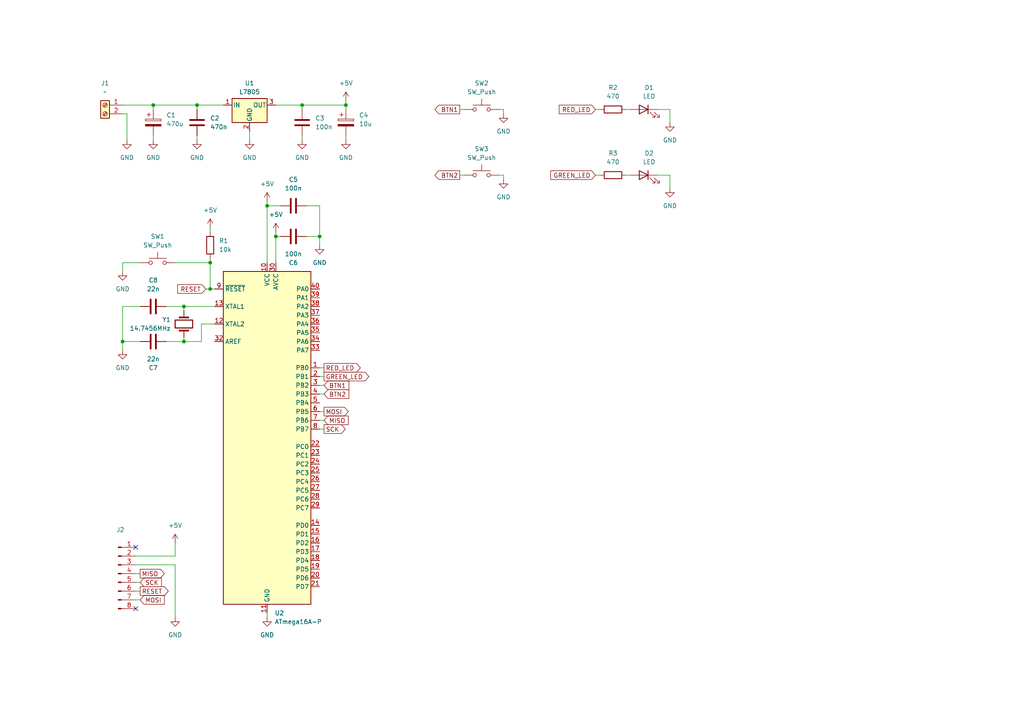
<source format=kicad_sch>
(kicad_sch (version 20230121) (generator eeschema)
  (paper "A4")
  (lib_symbols
    (symbol "Connector:Conn_01x08_Pin" (pin_names (offset 1.016) hide)
      (property "Reference" "J" (at 0 10.16 0))
      (property "Value" "Conn_01x08_Pin" (at 0 -12.7 0))
      (symbol "Conn_01x08_Pin_1_1"
        (polyline (pts (xy 1.27 -10.16) (xy 0.8636 -10.16)) (stroke (width 0.1524)))
        (polyline (pts (xy 1.27 -7.62) (xy 0.8636 -7.62)) (stroke (width 0.1524)))
        (polyline (pts (xy 1.27 -5.08) (xy 0.8636 -5.08)) (stroke (width 0.1524)))
        (polyline (pts (xy 1.27 -2.54) (xy 0.8636 -2.54)) (stroke (width 0.1524)))
        (polyline (pts (xy 1.27 0) (xy 0.8636 0)) (stroke (width 0.1524)))
        (polyline (pts (xy 1.27 2.54) (xy 0.8636 2.54)) (stroke (width 0.1524)))
        (polyline (pts (xy 1.27 5.08) (xy 0.8636 5.08)) (stroke (width 0.1524)))
        (polyline (pts (xy 1.27 7.62) (xy 0.8636 7.62)) (stroke (width 0.1524)))
        (rectangle (start 0.8636 -10.033) (end 0 -10.287) (stroke (width 0.1524)) (fill (type outline)))
        (rectangle (start 0.8636 -7.493) (end 0 -7.747) (stroke (width 0.1524)) (fill (type outline)))
        (rectangle (start 0.8636 -4.953) (end 0 -5.207) (stroke (width 0.1524)) (fill (type outline)))
        (rectangle (start 0.8636 -2.413) (end 0 -2.667) (stroke (width 0.1524)) (fill (type outline)))
        (rectangle (start 0.8636 0.127) (end 0 -0.127) (stroke (width 0.1524)) (fill (type outline)))
        (rectangle (start 0.8636 2.667) (end 0 2.413) (stroke (width 0.1524)) (fill (type outline)))
        (rectangle (start 0.8636 5.207) (end 0 4.953) (stroke (width 0.1524)) (fill (type outline)))
        (rectangle (start 0.8636 7.747) (end 0 7.493) (stroke (width 0.1524)) (fill (type outline)))
        (pin passive line (at 5.08 7.62 180) (length 3.81) (name "Pin_1") (number "1"))
        (pin passive line (at 5.08 5.08 180) (length 3.81) (name "Pin_2") (number "2"))
        (pin passive line (at 5.08 2.54 180) (length 3.81) (name "Pin_3") (number "3"))
        (pin passive line (at 5.08 0 180) (length 3.81) (name "Pin_4") (number "4"))
        (pin passive line (at 5.08 -2.54 180) (length 3.81) (name "Pin_5") (number "5"))
        (pin passive line (at 5.08 -5.08 180) (length 3.81) (name "Pin_6") (number "6"))
        (pin passive line (at 5.08 -7.62 180) (length 3.81) (name "Pin_7") (number "7"))
        (pin passive line (at 5.08 -10.16 180) (length 3.81) (name "Pin_8") (number "8"))
      )
    )
    (symbol "Connector:Screw_Terminal_01x02" (pin_names (offset 1.016) hide)
      (property "Reference" "J" (at 0 2.54 0))
      (property "Value" "Screw_Terminal_01x02" (at 0 -5.08 0))
      (symbol "Screw_Terminal_01x02_1_1"
        (rectangle (start -1.27 1.27) (end 1.27 -3.81) (stroke (width 0.254)) (fill (type background)))
        (circle (center 0 -2.54) (radius 0.635) (stroke (width 0.1524)))
        (polyline (pts (xy -0.5334 -2.2098) (xy 0.3302 -3.048)) (stroke (width 0.1524)))
        (polyline (pts (xy -0.5334 0.3302) (xy 0.3302 -0.508)) (stroke (width 0.1524)))
        (polyline (pts (xy -0.3556 -2.032) (xy 0.508 -2.8702)) (stroke (width 0.1524)))
        (polyline (pts (xy -0.3556 0.508) (xy 0.508 -0.3302)) (stroke (width 0.1524)))
        (circle (center 0 0) (radius 0.635) (stroke (width 0.1524)))
        (pin passive line (at -5.08 0 0) (length 3.81) (name "Pin_1") (number "1"))
        (pin passive line (at -5.08 -2.54 0) (length 3.81) (name "Pin_2") (number "2"))
      )
    )
    (symbol "Device:C" (pin_numbers hide) (pin_names (offset 0.254))
      (property "Reference" "C" (at 0.635 2.54 0))
      (property "Value" "C" (at 0.635 -2.54 0))
      (symbol "C_0_1"
        (polyline (pts (xy -2.032 -0.762) (xy 2.032 -0.762)) (stroke (width 0.508)))
        (polyline (pts (xy -2.032 0.762) (xy 2.032 0.762)) (stroke (width 0.508)))
      )
      (symbol "C_1_1"
        (pin passive line (at 0 3.81 270) (length 2.794) (name "~") (number "1"))
        (pin passive line (at 0 -3.81 90) (length 2.794) (name "~") (number "2"))
      )
    )
    (symbol "Device:C_Polarized" (pin_numbers hide) (pin_names (offset 0.254))
      (property "Reference" "C" (at 0.635 2.54 0))
      (property "Value" "C_Polarized" (at 0.635 -2.54 0))
      (symbol "C_Polarized_0_1"
        (rectangle (start -2.286 0.508) (end 2.286 1.016))
        (polyline (pts (xy -1.778 2.286) (xy -0.762 2.286)))
        (polyline (pts (xy -1.27 2.794) (xy -1.27 1.778)))
        (rectangle (start 2.286 -0.508) (end -2.286 -1.016) (fill (type outline)))
      )
      (symbol "C_Polarized_1_1"
        (pin passive line (at 0 3.81 270) (length 2.794) (name "~") (number "1"))
        (pin passive line (at 0 -3.81 90) (length 2.794) (name "~") (number "2"))
      )
    )
    (symbol "Device:Crystal" (pin_numbers hide) (pin_names (offset 1.016) hide)
      (property "Reference" "Y" (at 0 3.81 0))
      (property "Value" "Crystal" (at 0 -3.81 0))
      (symbol "Crystal_0_1"
        (rectangle (start -1.143 2.54) (end 1.143 -2.54) (stroke (width 0.3048)))
        (polyline (pts (xy -2.54 0) (xy -1.905 0)))
        (polyline (pts (xy -1.905 -1.27) (xy -1.905 1.27)) (stroke (width 0.508)))
        (polyline (pts (xy 1.905 -1.27) (xy 1.905 1.27)) (stroke (width 0.508)))
        (polyline (pts (xy 2.54 0) (xy 1.905 0)))
      )
      (symbol "Crystal_1_1"
        (pin passive line (at -3.81 0 0) (length 1.27) (name "1") (number "1"))
        (pin passive line (at 3.81 0 180) (length 1.27) (name "2") (number "2"))
      )
    )
    (symbol "Device:LED" (pin_numbers hide) (pin_names (offset 1.016) hide)
      (property "Reference" "D" (at 0 2.54 0))
      (property "Value" "LED" (at 0 -2.54 0))
      (symbol "LED_0_1"
        (polyline (pts (xy -1.27 -1.27) (xy -1.27 1.27)) (stroke (width 0.254)))
        (polyline (pts (xy -1.27 0) (xy 1.27 0)))
        (polyline (pts (xy 1.27 -1.27) (xy 1.27 1.27) (xy -1.27 0) (xy 1.27 -1.27)) (stroke (width 0.254)))
        (polyline (pts (xy -3.048 -0.762) (xy -4.572 -2.286) (xy -3.81 -2.286) (xy -4.572 -2.286) (xy -4.572 -1.524)))
        (polyline (pts (xy -1.778 -0.762) (xy -3.302 -2.286) (xy -2.54 -2.286) (xy -3.302 -2.286) (xy -3.302 -1.524)))
      )
      (symbol "LED_1_1"
        (pin passive line (at -3.81 0 0) (length 2.54) (name "K") (number "1"))
        (pin passive line (at 3.81 0 180) (length 2.54) (name "A") (number "2"))
      )
    )
    (symbol "Device:R" (pin_numbers hide) (pin_names (offset 0))
      (property "Reference" "R" (at 2.032 0 90))
      (property "Value" "R" (at 0 0 90))
      (symbol "R_0_1"
        (rectangle (start -1.016 -2.54) (end 1.016 2.54) (stroke (width 0.254)))
      )
      (symbol "R_1_1"
        (pin passive line (at 0 3.81 270) (length 1.27) (name "~") (number "1"))
        (pin passive line (at 0 -3.81 90) (length 1.27) (name "~") (number "2"))
      )
    )
    (symbol "MCU_Microchip_ATmega:ATmega16A-P"
      (property "Reference" "U" (at -12.7 49.53 0))
      (property "Value" "ATmega16A-P" (at 2.54 -49.53 0))
      (symbol "ATmega16A-P_0_1"
        (rectangle (start -12.7 -48.26) (end 12.7 48.26) (stroke (width 0.254)) (fill (type background)))
      )
      (symbol "ATmega16A-P_1_1"
        (pin bidirectional line (at 15.24 20.32 180) (length 2.54) (name "PB0") (number "1"))
        (pin power_in line (at 0 50.8 270) (length 2.54) (name "VCC") (number "10"))
        (pin power_in line (at 0 -50.8 90) (length 2.54) (name "GND") (number "11"))
        (pin output line (at -15.24 33.02 0) (length 2.54) (name "XTAL2") (number "12"))
        (pin input line (at -15.24 38.1 0) (length 2.54) (name "XTAL1") (number "13"))
        (pin bidirectional line (at 15.24 -25.4 180) (length 2.54) (name "PD0") (number "14"))
        (pin bidirectional line (at 15.24 -27.94 180) (length 2.54) (name "PD1") (number "15"))
        (pin bidirectional line (at 15.24 -30.48 180) (length 2.54) (name "PD2") (number "16"))
        (pin bidirectional line (at 15.24 -33.02 180) (length 2.54) (name "PD3") (number "17"))
        (pin bidirectional line (at 15.24 -35.56 180) (length 2.54) (name "PD4") (number "18"))
        (pin bidirectional line (at 15.24 -38.1 180) (length 2.54) (name "PD5") (number "19"))
        (pin bidirectional line (at 15.24 17.78 180) (length 2.54) (name "PB1") (number "2"))
        (pin bidirectional line (at 15.24 -40.64 180) (length 2.54) (name "PD6") (number "20"))
        (pin bidirectional line (at 15.24 -43.18 180) (length 2.54) (name "PD7") (number "21"))
        (pin bidirectional line (at 15.24 -2.54 180) (length 2.54) (name "PC0") (number "22"))
        (pin bidirectional line (at 15.24 -5.08 180) (length 2.54) (name "PC1") (number "23"))
        (pin bidirectional line (at 15.24 -7.62 180) (length 2.54) (name "PC2") (number "24"))
        (pin bidirectional line (at 15.24 -10.16 180) (length 2.54) (name "PC3") (number "25"))
        (pin bidirectional line (at 15.24 -12.7 180) (length 2.54) (name "PC4") (number "26"))
        (pin bidirectional line (at 15.24 -15.24 180) (length 2.54) (name "PC5") (number "27"))
        (pin bidirectional line (at 15.24 -17.78 180) (length 2.54) (name "PC6") (number "28"))
        (pin bidirectional line (at 15.24 -20.32 180) (length 2.54) (name "PC7") (number "29"))
        (pin bidirectional line (at 15.24 15.24 180) (length 2.54) (name "PB2") (number "3"))
        (pin power_in line (at 2.54 50.8 270) (length 2.54) (name "AVCC") (number "30"))
        (pin passive line (at 0 -50.8 90) (length 2.54) hide (name "GND") (number "31"))
        (pin passive line (at -15.24 27.94 0) (length 2.54) (name "AREF") (number "32"))
        (pin bidirectional line (at 15.24 25.4 180) (length 2.54) (name "PA7") (number "33"))
        (pin bidirectional line (at 15.24 27.94 180) (length 2.54) (name "PA6") (number "34"))
        (pin bidirectional line (at 15.24 30.48 180) (length 2.54) (name "PA5") (number "35"))
        (pin bidirectional line (at 15.24 33.02 180) (length 2.54) (name "PA4") (number "36"))
        (pin bidirectional line (at 15.24 35.56 180) (length 2.54) (name "PA3") (number "37"))
        (pin bidirectional line (at 15.24 38.1 180) (length 2.54) (name "PA2") (number "38"))
        (pin bidirectional line (at 15.24 40.64 180) (length 2.54) (name "PA1") (number "39"))
        (pin bidirectional line (at 15.24 12.7 180) (length 2.54) (name "PB3") (number "4"))
        (pin bidirectional line (at 15.24 43.18 180) (length 2.54) (name "PA0") (number "40"))
        (pin bidirectional line (at 15.24 10.16 180) (length 2.54) (name "PB4") (number "5"))
        (pin bidirectional line (at 15.24 7.62 180) (length 2.54) (name "PB5") (number "6"))
        (pin bidirectional line (at 15.24 5.08 180) (length 2.54) (name "PB6") (number "7"))
        (pin bidirectional line (at 15.24 2.54 180) (length 2.54) (name "PB7") (number "8"))
        (pin input line (at -15.24 43.18 0) (length 2.54) (name "~{RESET}") (number "9"))
      )
    )
    (symbol "Regulator_Linear:L7805" (pin_names (offset 0.254))
      (property "Reference" "U" (at -3.81 3.175 0))
      (property "Value" "L7805" (at 0 3.175 0))
      (symbol "L7805_0_1"
        (rectangle (start -5.08 1.905) (end 5.08 -5.08) (stroke (width 0.254)) (fill (type background)))
      )
      (symbol "L7805_1_1"
        (pin power_in line (at -7.62 0 0) (length 2.54) (name "IN") (number "1"))
        (pin power_in line (at 0 -7.62 90) (length 2.54) (name "GND") (number "2"))
        (pin power_out line (at 7.62 0 180) (length 2.54) (name "OUT") (number "3"))
      )
    )
    (symbol "Switch:SW_Push" (pin_numbers hide) (pin_names (offset 1.016) hide)
      (property "Reference" "SW" (at 1.27 2.54 0))
      (property "Value" "SW_Push" (at 0 -1.524 0))
      (symbol "SW_Push_0_1"
        (circle (center -2.032 0) (radius 0.508))
        (polyline (pts (xy 0 1.27) (xy 0 3.048)))
        (polyline (pts (xy 2.54 1.27) (xy -2.54 1.27)))
        (circle (center 2.032 0) (radius 0.508))
        (pin passive line (at -5.08 0 0) (length 2.54) (name "1") (number "1"))
        (pin passive line (at 5.08 0 180) (length 2.54) (name "2") (number "2"))
      )
    )
    (symbol "power:+5V" (power) (pin_names (offset 0))
      (property "Value" "+5V" (at 0 3.556 0))
      (symbol "+5V_0_1"
        (polyline (pts (xy -0.762 1.27) (xy 0 2.54)))
        (polyline (pts (xy 0 0) (xy 0 2.54)))
        (polyline (pts (xy 0 2.54) (xy 0.762 1.27)))
      )
      (symbol "+5V_1_1"
        (pin power_in line (at 0 0 90) (length 0) hide (name "+5V") (number "1"))
      )
    )
    (symbol "power:GND" (power) (pin_names (offset 0))
      (property "Value" "GND" (at 0 -3.81 0))
      (symbol "GND_0_1"
        (polyline (pts (xy 0 0) (xy 0 -1.27) (xy 1.27 -1.27) (xy 0 -2.54) (xy -1.27 -1.27) (xy 0 -1.27)))
      )
      (symbol "GND_1_1"
        (pin power_in line (at 0 0 270) (length 0) hide (name "GND") (number "1"))
      )
    )
  )
  (junction (at 92.71 68.58))
  (junction (at 57.15 30.48))
  (junction (at 77.47 59.69))
  (junction (at 44.45 30.48))
  (junction (at 53.34 99.06))
  (junction (at 35.56 99.06))
  (junction (at 60.96 76.2))
  (junction (at 80.01 68.58))
  (junction (at 60.96 83.82))
  (junction (at 53.34 88.9))
  (junction (at 87.63 30.48))
  (junction (at 100.33 30.48))
  (no_connect (at 39.37 176.53))
  (no_connect (at 39.37 158.75))
  (wire (pts (xy 77.47 59.69) (xy 81.28 59.69)))
  (wire (pts (xy 194.31 50.8) (xy 194.31 54.61)))
  (wire (pts (xy 48.26 88.9) (xy 53.34 88.9)))
  (wire (pts (xy 194.31 31.75) (xy 194.31 35.56)))
  (wire (pts (xy 87.63 30.48) (xy 100.33 30.48)))
  (wire (pts (xy 190.5 31.75) (xy 194.31 31.75)))
  (wire (pts (xy 53.34 88.9) (xy 62.23 88.9)))
  (wire (pts (xy 44.45 39.37) (xy 44.45 40.64)))
  (wire (pts (xy 57.15 39.37) (xy 57.15 40.64)))
  (wire (pts (xy 80.01 68.58) (xy 81.28 68.58)))
  (wire (pts (xy 80.01 67.31) (xy 80.01 68.58)))
  (wire (pts (xy 92.71 114.3) (xy 93.98 114.3)))
  (wire (pts (xy 172.72 31.75) (xy 173.99 31.75)))
  (wire (pts (xy 53.34 99.06) (xy 58.42 99.06)))
  (wire (pts (xy 64.77 30.48) (xy 57.15 30.48)))
  (wire (pts (xy 53.34 88.9) (xy 53.34 90.17)))
  (wire (pts (xy 133.35 31.75) (xy 134.62 31.75)))
  (wire (pts (xy 44.45 30.48) (xy 57.15 30.48)))
  (wire (pts (xy 88.9 59.69) (xy 92.71 59.69)))
  (wire (pts (xy 92.71 111.76) (xy 93.98 111.76)))
  (wire (pts (xy 87.63 30.48) (xy 87.63 31.75)))
  (wire (pts (xy 72.39 38.1) (xy 72.39 40.64)))
  (wire (pts (xy 35.56 88.9) (xy 40.64 88.9)))
  (wire (pts (xy 80.01 76.2) (xy 80.01 68.58)))
  (wire (pts (xy 40.64 166.37) (xy 39.37 166.37)))
  (wire (pts (xy 92.71 124.46) (xy 93.98 124.46)))
  (wire (pts (xy 50.8 76.2) (xy 60.96 76.2)))
  (wire (pts (xy 39.37 171.45) (xy 40.64 171.45)))
  (wire (pts (xy 88.9 68.58) (xy 92.71 68.58)))
  (wire (pts (xy 80.01 30.48) (xy 87.63 30.48)))
  (wire (pts (xy 44.45 31.75) (xy 44.45 30.48)))
  (wire (pts (xy 93.98 121.92) (xy 92.71 121.92)))
  (wire (pts (xy 35.56 99.06) (xy 35.56 101.6)))
  (wire (pts (xy 39.37 168.91) (xy 40.64 168.91)))
  (wire (pts (xy 92.71 68.58) (xy 92.71 71.12)))
  (wire (pts (xy 77.47 58.42) (xy 77.47 59.69)))
  (wire (pts (xy 39.37 173.99) (xy 40.64 173.99)))
  (wire (pts (xy 39.37 163.83) (xy 50.8 163.83)))
  (wire (pts (xy 59.69 83.82) (xy 60.96 83.82)))
  (wire (pts (xy 60.96 76.2) (xy 60.96 83.82)))
  (wire (pts (xy 35.56 99.06) (xy 40.64 99.06)))
  (wire (pts (xy 144.78 31.75) (xy 146.05 31.75)))
  (wire (pts (xy 60.96 74.93) (xy 60.96 76.2)))
  (wire (pts (xy 133.35 50.8) (xy 134.62 50.8)))
  (wire (pts (xy 77.47 59.69) (xy 77.47 76.2)))
  (wire (pts (xy 92.71 109.22) (xy 93.98 109.22)))
  (wire (pts (xy 58.42 93.98) (xy 62.23 93.98)))
  (wire (pts (xy 35.56 30.48) (xy 44.45 30.48)))
  (wire (pts (xy 172.72 50.8) (xy 173.99 50.8)))
  (wire (pts (xy 35.56 88.9) (xy 35.56 99.06)))
  (wire (pts (xy 50.8 163.83) (xy 50.8 179.07)))
  (wire (pts (xy 100.33 30.48) (xy 100.33 31.75)))
  (wire (pts (xy 58.42 93.98) (xy 58.42 99.06)))
  (wire (pts (xy 48.26 99.06) (xy 53.34 99.06)))
  (wire (pts (xy 181.61 50.8) (xy 182.88 50.8)))
  (wire (pts (xy 87.63 39.37) (xy 87.63 40.64)))
  (wire (pts (xy 190.5 50.8) (xy 194.31 50.8)))
  (wire (pts (xy 77.47 177.8) (xy 77.47 179.07)))
  (wire (pts (xy 60.96 83.82) (xy 62.23 83.82)))
  (wire (pts (xy 35.56 76.2) (xy 40.64 76.2)))
  (wire (pts (xy 92.71 59.69) (xy 92.71 68.58)))
  (wire (pts (xy 146.05 50.8) (xy 146.05 52.07)))
  (wire (pts (xy 53.34 97.79) (xy 53.34 99.06)))
  (wire (pts (xy 181.61 31.75) (xy 182.88 31.75)))
  (wire (pts (xy 146.05 31.75) (xy 146.05 33.02)))
  (wire (pts (xy 100.33 39.37) (xy 100.33 40.64)))
  (wire (pts (xy 92.71 106.68) (xy 93.98 106.68)))
  (wire (pts (xy 92.71 119.38) (xy 93.98 119.38)))
  (wire (pts (xy 60.96 66.04) (xy 60.96 67.31)))
  (wire (pts (xy 36.83 33.02) (xy 35.56 33.02)))
  (wire (pts (xy 50.8 161.29) (xy 50.8 157.48)))
  (wire (pts (xy 57.15 30.48) (xy 57.15 31.75)))
  (wire (pts (xy 39.37 161.29) (xy 50.8 161.29)))
  (wire (pts (xy 100.33 29.21) (xy 100.33 30.48)))
  (wire (pts (xy 144.78 50.8) (xy 146.05 50.8)))
  (wire (pts (xy 36.83 40.64) (xy 36.83 33.02)))
  (wire (pts (xy 35.56 76.2) (xy 35.56 78.74)))
  (global_label "RED_LED" (shape output) (at 93.98 106.68 0) (property "Intersheetrefs" "${INTERSHEET_REFS}" (effects hide)))
  (global_label "SCK" (shape output) (at 93.98 124.46 0) (property "Intersheetrefs" "${INTERSHEET_REFS}" (effects hide)))
  (global_label "BTN1" (shape output) (at 133.35 31.75 180) (property "Intersheetrefs" "${INTERSHEET_REFS}" (effects hide)))
  (global_label "BTN1" (shape input) (at 93.98 111.76 0) (property "Intersheetrefs" "${INTERSHEET_REFS}" (effects hide)))
  (global_label "MOSI" (shape output) (at 93.98 119.38 0) (property "Intersheetrefs" "${INTERSHEET_REFS}" (effects hide)))
  (global_label "SCK" (shape input) (at 40.64 168.91 0) (property "Intersheetrefs" "${INTERSHEET_REFS}" (effects hide)))
  (global_label "MISO" (shape input) (at 93.98 121.92 0) (property "Intersheetrefs" "${INTERSHEET_REFS}" (effects hide)))
  (global_label "BTN2" (shape output) (at 133.35 50.8 180) (property "Intersheetrefs" "${INTERSHEET_REFS}" (effects hide)))
  (global_label "RESET" (shape input) (at 59.69 83.82 180) (property "Intersheetrefs" "${INTERSHEET_REFS}" (effects hide)))
  (global_label "GREEN_LED" (shape input) (at 172.72 50.8 180) (property "Intersheetrefs" "${INTERSHEET_REFS}" (effects hide)))
  (global_label "RESET" (shape output) (at 40.64 171.45 0) (property "Intersheetrefs" "${INTERSHEET_REFS}" (effects hide)))
  (global_label "RED_LED" (shape input) (at 172.72 31.75 180) (property "Intersheetrefs" "${INTERSHEET_REFS}" (effects hide)))
  (global_label "GREEN_LED" (shape output) (at 93.98 109.22 0) (property "Intersheetrefs" "${INTERSHEET_REFS}" (effects hide)))
  (global_label "MISO" (shape output) (at 40.64 166.37 0) (property "Intersheetrefs" "${INTERSHEET_REFS}" (effects hide)))
  (global_label "BTN2" (shape input) (at 93.98 114.3 0) (property "Intersheetrefs" "${INTERSHEET_REFS}" (effects hide)))
  (global_label "MOSI" (shape input) (at 40.64 173.99 0) (property "Intersheetrefs" "${INTERSHEET_REFS}" (effects hide)))
  (symbol (lib_id "power:GND") (at 87.63 40.64 0) (unit 1)
    (property "Reference" "#PWR04" (effects hide))
    (property "Value" "GND" (at 87.63 45.72 0))
  )
  (symbol (lib_id "Device:LED") (at 186.69 50.8 0) (mirror y) (unit 1)
    (property "Reference" "D2" (at 188.2775 44.45 0))
    (property "Value" "LED" (at 188.2775 46.99 0))
  )
  (symbol (lib_id "Device:C") (at 85.09 68.58 90) (mirror x) (unit 1)
    (property "Reference" "C6" (at 85.09 76.2 90))
    (property "Value" "100n" (at 85.09 73.66 90))
  )
  (symbol (lib_id "Device:C") (at 85.09 59.69 90) (unit 1)
    (property "Reference" "C5" (at 85.09 52.07 90))
    (property "Value" "100n" (at 85.09 54.61 90))
  )
  (symbol (lib_id "Device:R") (at 177.8 31.75 90) (unit 1)
    (property "Reference" "R2" (at 177.8 25.4 90))
    (property "Value" "470" (at 177.8 27.94 90))
  )
  (symbol (lib_id "Device:C") (at 44.45 88.9 90) (unit 1)
    (property "Reference" "C8" (at 44.45 81.28 90))
    (property "Value" "22n" (at 44.45 83.82 90))
  )
  (symbol (lib_id "Device:LED") (at 186.69 31.75 0) (mirror y) (unit 1)
    (property "Reference" "D1" (at 188.2775 25.4 0))
    (property "Value" "LED" (at 188.2775 27.94 0))
  )
  (symbol (lib_id "power:GND") (at 146.05 52.07 0) (unit 1)
    (property "Reference" "#PWR016" (effects hide))
    (property "Value" "GND" (at 146.05 57.15 0))
  )
  (symbol (lib_id "power:GND") (at 57.15 40.64 0) (unit 1)
    (property "Reference" "#PWR02" (effects hide))
    (property "Value" "GND" (at 57.15 45.72 0))
  )
  (symbol (lib_id "power:GND") (at 100.33 40.64 0) (unit 1)
    (property "Reference" "#PWR05" (effects hide))
    (property "Value" "GND" (at 100.33 45.72 0))
  )
  (symbol (lib_id "power:GND") (at 194.31 54.61 0) (unit 1)
    (property "Reference" "#PWR020" (effects hide))
    (property "Value" "GND" (at 194.31 59.69 0))
  )
  (symbol (lib_id "power:GND") (at 35.56 101.6 0) (unit 1)
    (property "Reference" "#PWR010" (effects hide))
    (property "Value" "GND" (at 35.56 106.68 0))
  )
  (symbol (lib_id "Switch:SW_Push") (at 139.7 50.8 0) (unit 1)
    (property "Reference" "SW3" (at 139.7 43.18 0))
    (property "Value" "SW_Push" (at 139.7 45.72 0))
  )
  (symbol (lib_id "MCU_Microchip_ATmega:ATmega16A-P") (at 77.47 127 0) (unit 1)
    (property "Reference" "U2" (at 79.6641 177.8 0) (effects (justify left)))
    (property "Value" "ATmega16A-P" (at 79.6641 180.34 0) (effects (justify left)))
    (property "Footprint" "Package_DIP:DIP-40_W15.24mm" (effects hide))
    (property "Datasheet" "http://ww1.microchip.com/downloads/en/DeviceDoc/Atmel-8154-8-bit-AVR-ATmega16A_Datasheet.pdf" (effects hide))
  )
  (symbol (lib_id "power:GND") (at 146.05 33.02 0) (unit 1)
    (property "Reference" "#PWR017" (effects hide))
    (property "Value" "GND" (at 146.05 38.1 0))
  )
  (symbol (lib_id "Device:C_Polarized") (at 44.45 35.56 0) (unit 1)
    (property "Reference" "C1" (at 48.26 33.401 0) (effects (justify left)))
    (property "Value" "470u" (at 48.26 35.941 0) (effects (justify left)))
  )
  (symbol (lib_id "power:+5V") (at 60.96 66.04 0) (unit 1)
    (property "Reference" "#PWR018" (effects hide))
    (property "Value" "+5V" (at 60.96 60.96 0))
  )
  (symbol (lib_id "power:+5V") (at 100.33 29.21 0) (unit 1)
    (property "Reference" "#PWR06" (effects hide))
    (property "Value" "+5V" (at 100.33 24.13 0))
  )
  (symbol (lib_id "power:GND") (at 194.31 35.56 0) (unit 1)
    (property "Reference" "#PWR019" (effects hide))
    (property "Value" "GND" (at 194.31 40.64 0))
  )
  (symbol (lib_id "Switch:SW_Push") (at 139.7 31.75 0) (unit 1)
    (property "Reference" "SW2" (at 139.7 24.13 0))
    (property "Value" "SW_Push" (at 139.7 26.67 0))
  )
  (symbol (lib_id "Device:C") (at 44.45 99.06 90) (mirror x) (unit 1)
    (property "Reference" "C7" (at 44.45 106.68 90))
    (property "Value" "22n" (at 44.45 104.14 90))
  )
  (symbol (lib_id "Device:C") (at 87.63 35.56 0) (unit 1)
    (property "Reference" "C3" (at 91.44 34.29 0) (effects (justify left)))
    (property "Value" "100n" (at 91.44 36.83 0) (effects (justify left)))
  )
  (symbol (lib_id "power:GND") (at 72.39 40.64 0) (unit 1)
    (property "Reference" "#PWR03" (effects hide))
    (property "Value" "GND" (at 72.39 45.72 0))
  )
  (symbol (lib_id "power:GND") (at 50.8 179.07 0) (unit 1)
    (property "Reference" "#PWR015" (effects hide))
    (property "Value" "GND" (at 50.8 184.15 0))
  )
  (symbol (lib_id "power:GND") (at 35.56 78.74 0) (unit 1)
    (property "Reference" "#PWR011" (effects hide))
    (property "Value" "GND" (at 35.56 83.82 0))
  )
  (symbol (lib_id "Device:Crystal") (at 53.34 93.98 90) (mirror x) (unit 1)
    (property "Reference" "Y1" (at 49.53 92.71 90) (effects (justify left)))
    (property "Value" "14.7456MHz" (at 49.53 95.25 90) (effects (justify left)))
    (property "Footprint" "Crystal:Crystal_AT310_D3.0mm_L10.0mm_Horizontal" (effects hide))
  )
  (symbol (lib_id "power:+5V") (at 77.47 58.42 0) (unit 1)
    (property "Reference" "#PWR012" (effects hide))
    (property "Value" "+5V" (at 77.47 53.34 0))
  )
  (symbol (lib_id "power:+5V") (at 50.8 157.48 0) (unit 1)
    (property "Reference" "#PWR014" (effects hide))
    (property "Value" "+5V" (at 50.8 152.4 0))
  )
  (symbol (lib_id "power:GND") (at 36.83 40.64 0) (unit 1)
    (property "Reference" "#PWR07" (effects hide))
    (property "Value" "GND" (at 36.83 45.72 0))
  )
  (symbol (lib_id "Regulator_Linear:L7805") (at 72.39 30.48 0) (unit 1)
    (property "Reference" "U1" (at 72.39 24.13 0))
    (property "Value" "L7805" (at 72.39 26.67 0))
    (property "Datasheet" "http://www.st.com/content/ccc/resource/technical/document/datasheet/41/4f/b3/b0/12/d4/47/88/CD00000444.pdf/files/CD00000444.pdf/jcr:content/translations/en.CD00000444.pdf" (effects hide))
  )
  (symbol (lib_id "Switch:SW_Push") (at 45.72 76.2 0) (unit 1)
    (property "Reference" "SW1" (at 45.72 68.58 0))
    (property "Value" "SW_Push" (at 45.72 71.12 0))
  )
  (symbol (lib_id "Device:C_Polarized") (at 100.33 35.56 0) (unit 1)
    (property "Reference" "C4" (at 104.14 33.401 0) (effects (justify left)))
    (property "Value" "10u" (at 104.14 35.941 0) (effects (justify left)))
  )
  (symbol (lib_id "power:GND") (at 77.47 179.07 0) (unit 1)
    (property "Reference" "#PWR08" (effects hide))
    (property "Value" "GND" (at 77.47 184.15 0))
  )
  (symbol (lib_id "Device:R") (at 177.8 50.8 90) (unit 1)
    (property "Reference" "R3" (at 177.8 44.45 90))
    (property "Value" "470" (at 177.8 46.99 90))
  )
  (symbol (lib_id "Device:C") (at 57.15 35.56 0) (unit 1)
    (property "Reference" "C2" (at 60.96 34.29 0) (effects (justify left)))
    (property "Value" "470n" (at 60.96 36.83 0) (effects (justify left)))
  )
  (symbol (lib_id "power:+5V") (at 80.01 67.31 0) (unit 1)
    (property "Reference" "#PWR013" (effects hide))
    (property "Value" "+5V" (at 80.01 62.23 0))
  )
  (symbol (lib_id "power:GND") (at 44.45 40.64 0) (unit 1)
    (property "Reference" "#PWR01" (effects hide))
    (property "Value" "GND" (at 44.45 45.72 0))
  )
  (symbol (lib_id "Connector:Screw_Terminal_01x02") (at 30.48 30.48 0) (mirror y) (unit 1)
    (property "Reference" "J1" (at 30.48 24.13 0))
    (property "Value" "~" (at 30.48 26.67 0))
  )
  (symbol (lib_id "power:GND") (at 92.71 71.12 0) (unit 1)
    (property "Reference" "#PWR09" (effects hide))
    (property "Value" "GND" (at 92.71 76.2 0))
  )
  (symbol (lib_id "Device:R") (at 60.96 71.12 0) (unit 1)
    (property "Reference" "R1" (at 63.5 69.85 0) (effects (justify left)))
    (property "Value" "10k" (at 63.5 72.39 0) (effects (justify left)))
  )
  (symbol (lib_id "Connector:Conn_01x08_Pin") (at 34.29 166.37 0) (unit 1)
    (property "Reference" "J2" (at 34.925 153.67 0))
    (property "Value" "Conn_01x08_Pin" (effects hide))
  )
)
</source>
